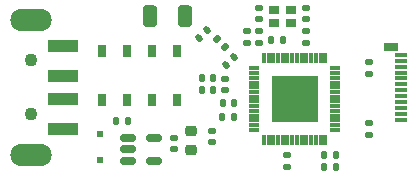
<source format=gbr>
%TF.GenerationSoftware,KiCad,Pcbnew,(6.0.7)*%
%TF.CreationDate,2023-02-08T01:32:32-08:00*%
%TF.ProjectId,ESP_SoC,4553505f-536f-4432-9e6b-696361645f70,rev?*%
%TF.SameCoordinates,Original*%
%TF.FileFunction,Soldermask,Top*%
%TF.FilePolarity,Negative*%
%FSLAX46Y46*%
G04 Gerber Fmt 4.6, Leading zero omitted, Abs format (unit mm)*
G04 Created by KiCad (PCBNEW (6.0.7)) date 2023-02-08 01:32:32*
%MOMM*%
%LPD*%
G01*
G04 APERTURE LIST*
G04 Aperture macros list*
%AMRoundRect*
0 Rectangle with rounded corners*
0 $1 Rounding radius*
0 $2 $3 $4 $5 $6 $7 $8 $9 X,Y pos of 4 corners*
0 Add a 4 corners polygon primitive as box body*
4,1,4,$2,$3,$4,$5,$6,$7,$8,$9,$2,$3,0*
0 Add four circle primitives for the rounded corners*
1,1,$1+$1,$2,$3*
1,1,$1+$1,$4,$5*
1,1,$1+$1,$6,$7*
1,1,$1+$1,$8,$9*
0 Add four rect primitives between the rounded corners*
20,1,$1+$1,$2,$3,$4,$5,0*
20,1,$1+$1,$4,$5,$6,$7,0*
20,1,$1+$1,$6,$7,$8,$9,0*
20,1,$1+$1,$8,$9,$2,$3,0*%
G04 Aperture macros list end*
%ADD10RoundRect,0.135000X-0.135000X-0.185000X0.135000X-0.185000X0.135000X0.185000X-0.135000X0.185000X0*%
%ADD11C,1.100000*%
%ADD12R,2.500000X1.100000*%
%ADD13O,3.500000X1.900000*%
%ADD14RoundRect,0.140000X0.170000X-0.140000X0.170000X0.140000X-0.170000X0.140000X-0.170000X-0.140000X0*%
%ADD15RoundRect,0.147500X-0.172500X0.147500X-0.172500X-0.147500X0.172500X-0.147500X0.172500X0.147500X0*%
%ADD16RoundRect,0.140000X-0.170000X0.140000X-0.170000X-0.140000X0.170000X-0.140000X0.170000X0.140000X0*%
%ADD17RoundRect,0.140000X-0.021213X0.219203X-0.219203X0.021213X0.021213X-0.219203X0.219203X-0.021213X0*%
%ADD18RoundRect,0.147500X-0.226274X-0.017678X-0.017678X-0.226274X0.226274X0.017678X0.017678X0.226274X0*%
%ADD19RoundRect,0.276000X-0.324000X-0.634000X0.324000X-0.634000X0.324000X0.634000X-0.324000X0.634000X0*%
%ADD20RoundRect,0.135000X0.185000X-0.135000X0.185000X0.135000X-0.185000X0.135000X-0.185000X-0.135000X0*%
%ADD21RoundRect,0.225000X-0.250000X0.225000X-0.250000X-0.225000X0.250000X-0.225000X0.250000X0.225000X0*%
%ADD22RoundRect,0.140000X0.140000X0.170000X-0.140000X0.170000X-0.140000X-0.170000X0.140000X-0.170000X0*%
%ADD23R,0.650000X1.050000*%
%ADD24R,0.500000X0.500000*%
%ADD25R,1.000000X0.380000*%
%ADD26R,1.150000X0.700000*%
%ADD27RoundRect,0.150000X-0.512500X-0.150000X0.512500X-0.150000X0.512500X0.150000X-0.512500X0.150000X0*%
%ADD28RoundRect,0.135000X-0.185000X0.135000X-0.185000X-0.135000X0.185000X-0.135000X0.185000X0.135000X0*%
%ADD29RoundRect,0.006600X-0.398400X-0.103400X0.398400X-0.103400X0.398400X0.103400X-0.398400X0.103400X0*%
%ADD30RoundRect,0.022000X-0.088000X-0.383000X0.088000X-0.383000X0.088000X0.383000X-0.088000X0.383000X0*%
%ADD31R,4.000000X4.000000*%
%ADD32R,0.900000X0.800000*%
G04 APERTURE END LIST*
D10*
%TO.C,R2*%
X117890000Y-101300000D03*
X118910000Y-101300000D03*
%TD*%
D11*
%TO.C,J1*%
X101650000Y-96450000D03*
X101650000Y-101050000D03*
D12*
X104400000Y-102250000D03*
X104400000Y-99750000D03*
X104400000Y-97750000D03*
X104400000Y-95250000D03*
D13*
X101650000Y-104450000D03*
X101650000Y-93050000D03*
%TD*%
D14*
%TO.C,C2*%
X120000000Y-94980000D03*
X120000000Y-94020000D03*
%TD*%
D10*
%TO.C,R4*%
X126490000Y-104500000D03*
X127510000Y-104500000D03*
%TD*%
D15*
%TO.C,L2*%
X118100000Y-98015000D03*
X118100000Y-98985000D03*
%TD*%
D16*
%TO.C,C7*%
X117000000Y-102420000D03*
X117000000Y-103380000D03*
%TD*%
D10*
%TO.C,R3*%
X126490000Y-105500000D03*
X127510000Y-105500000D03*
%TD*%
D14*
%TO.C,C9*%
X125000000Y-94980000D03*
X125000000Y-94020000D03*
%TD*%
D16*
%TO.C,C13*%
X113750000Y-103020000D03*
X113750000Y-103980000D03*
%TD*%
D17*
%TO.C,C3*%
X116589411Y-93910589D03*
X115910589Y-94589411D03*
%TD*%
D16*
%TO.C,C15*%
X125000000Y-92020000D03*
X125000000Y-92980000D03*
%TD*%
D18*
%TO.C,L1*%
X117407053Y-94657053D03*
X118092947Y-95342947D03*
%TD*%
D19*
%TO.C,AE1*%
X114710000Y-92750000D03*
X111790000Y-92750000D03*
%TD*%
D20*
%TO.C,R5*%
X130300000Y-97610000D03*
X130300000Y-96590000D03*
%TD*%
D21*
%TO.C,C8*%
X115250000Y-102475000D03*
X115250000Y-104025000D03*
%TD*%
D22*
%TO.C,C6*%
X117080000Y-99000000D03*
X116120000Y-99000000D03*
%TD*%
D23*
%TO.C,SW2*%
X107675000Y-99825000D03*
X107675000Y-95675000D03*
X109825000Y-95675000D03*
X109825000Y-99825000D03*
%TD*%
%TO.C,SW1*%
X111925000Y-95675000D03*
X111925000Y-99825000D03*
X114075000Y-95675000D03*
X114075000Y-99825000D03*
%TD*%
D24*
%TO.C,D1*%
X107500000Y-104900000D03*
X107500000Y-102700000D03*
%TD*%
D16*
%TO.C,C10*%
X123400000Y-104520000D03*
X123400000Y-105480000D03*
%TD*%
D22*
%TO.C,C5*%
X117080000Y-98000000D03*
X116120000Y-98000000D03*
%TD*%
D25*
%TO.C,P1*%
X133010000Y-96000000D03*
X133010000Y-96500000D03*
X133010000Y-97000000D03*
X133010000Y-97500000D03*
X133010000Y-98000000D03*
X133010000Y-98500000D03*
X133010000Y-99000000D03*
X133010000Y-99500000D03*
X133010000Y-100000000D03*
X133010000Y-100500000D03*
X133010000Y-101000000D03*
X133010000Y-101500000D03*
D26*
X132170000Y-95330000D03*
%TD*%
D27*
%TO.C,U1*%
X109862500Y-103050000D03*
X109862500Y-104000000D03*
X109862500Y-104950000D03*
X112137500Y-104950000D03*
X112137500Y-103050000D03*
%TD*%
D22*
%TO.C,C11*%
X118880000Y-100100000D03*
X117920000Y-100100000D03*
%TD*%
D14*
%TO.C,C14*%
X121000000Y-92960000D03*
X121000000Y-92000000D03*
%TD*%
%TO.C,C1*%
X121000000Y-94980000D03*
X121000000Y-94020000D03*
%TD*%
D28*
%TO.C,R6*%
X130300000Y-101790000D03*
X130300000Y-102810000D03*
%TD*%
D10*
%TO.C,R1*%
X121990000Y-94750000D03*
X123010000Y-94750000D03*
%TD*%
D17*
%TO.C,C4*%
X118839411Y-96160589D03*
X118160589Y-96839411D03*
%TD*%
D29*
%TO.C,U2*%
X120555000Y-97150000D03*
X120555000Y-97550000D03*
X120555000Y-97950000D03*
X120555000Y-98350000D03*
X120555000Y-98750000D03*
X120555000Y-99150000D03*
X120555000Y-99550000D03*
X120555000Y-99950000D03*
X120555000Y-100350000D03*
X120555000Y-100750000D03*
X120555000Y-101150000D03*
X120555000Y-101550000D03*
X120555000Y-101950000D03*
X120555000Y-102350000D03*
D30*
X121400000Y-103195000D03*
X121800000Y-103195000D03*
X122200000Y-103195000D03*
X122600000Y-103195000D03*
X123000000Y-103195000D03*
X123400000Y-103195000D03*
X123800000Y-103195000D03*
X124200000Y-103195000D03*
X124600000Y-103195000D03*
X125000000Y-103195000D03*
X125400000Y-103195000D03*
X125800000Y-103195000D03*
X126200000Y-103195000D03*
X126600000Y-103195000D03*
D29*
X127445000Y-102350000D03*
X127445000Y-101950000D03*
X127445000Y-101550000D03*
X127445000Y-101150000D03*
X127445000Y-100750000D03*
X127445000Y-100350000D03*
X127445000Y-99950000D03*
X127445000Y-99550000D03*
X127445000Y-99150000D03*
X127445000Y-98750000D03*
X127445000Y-98350000D03*
X127445000Y-97950000D03*
X127445000Y-97550000D03*
X127445000Y-97150000D03*
D30*
X126600000Y-96305000D03*
X126200000Y-96305000D03*
X125800000Y-96305000D03*
X125400000Y-96305000D03*
X125000000Y-96305000D03*
X124600000Y-96305000D03*
X124200000Y-96305000D03*
X123800000Y-96305000D03*
X123400000Y-96305000D03*
X123000000Y-96305000D03*
X122600000Y-96305000D03*
X122200000Y-96305000D03*
X121800000Y-96305000D03*
X121400000Y-96305000D03*
D31*
X124000000Y-99750000D03*
%TD*%
D32*
%TO.C,Y1*%
X122300000Y-93300000D03*
X123700000Y-93300000D03*
X123700000Y-92200000D03*
X122300000Y-92200000D03*
%TD*%
D22*
%TO.C,C12*%
X109880000Y-101600000D03*
X108920000Y-101600000D03*
%TD*%
M02*

</source>
